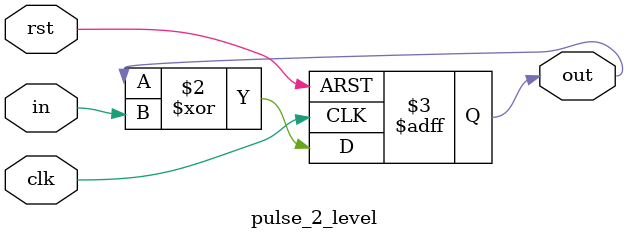
<source format=v>
module pulse_2_level(
input clk,rst,in,
output reg out);

always@(posedge clk or posedge rst)

begin
 if(rst) begin
  out<=1'b0;
 end

 else begin
  out<=out^in;
 end
 end
endmodule

</source>
